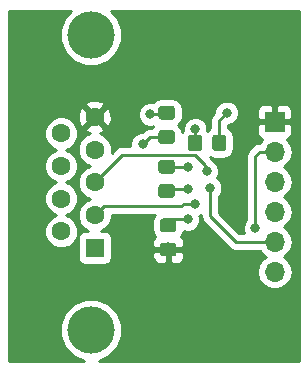
<source format=gbr>
G04 #@! TF.GenerationSoftware,KiCad,Pcbnew,(5.0.2)-1*
G04 #@! TF.CreationDate,2019-09-14T16:42:52-04:00*
G04 #@! TF.ProjectId,RS232_TTL_Female,52533233-325f-4545-944c-5f46656d616c,rev?*
G04 #@! TF.SameCoordinates,Original*
G04 #@! TF.FileFunction,Copper,L2,Bot*
G04 #@! TF.FilePolarity,Positive*
%FSLAX46Y46*%
G04 Gerber Fmt 4.6, Leading zero omitted, Abs format (unit mm)*
G04 Created by KiCad (PCBNEW (5.0.2)-1) date 9/14/2019 4:42:52 PM*
%MOMM*%
%LPD*%
G01*
G04 APERTURE LIST*
G04 #@! TA.AperFunction,Conductor*
%ADD10C,0.100000*%
G04 #@! TD*
G04 #@! TA.AperFunction,SMDPad,CuDef*
%ADD11C,1.150000*%
G04 #@! TD*
G04 #@! TA.AperFunction,ComponentPad*
%ADD12R,1.700000X1.700000*%
G04 #@! TD*
G04 #@! TA.AperFunction,ComponentPad*
%ADD13O,1.700000X1.700000*%
G04 #@! TD*
G04 #@! TA.AperFunction,ComponentPad*
%ADD14R,1.600000X1.600000*%
G04 #@! TD*
G04 #@! TA.AperFunction,ComponentPad*
%ADD15C,1.600000*%
G04 #@! TD*
G04 #@! TA.AperFunction,ComponentPad*
%ADD16C,4.000000*%
G04 #@! TD*
G04 #@! TA.AperFunction,ViaPad*
%ADD17C,0.800000*%
G04 #@! TD*
G04 #@! TA.AperFunction,Conductor*
%ADD18C,0.250000*%
G04 #@! TD*
G04 #@! TA.AperFunction,Conductor*
%ADD19C,0.254000*%
G04 #@! TD*
G04 APERTURE END LIST*
D10*
G04 #@! TO.N,Net-(C1-Pad1)*
G04 #@! TO.C,C1*
G36*
X14571505Y-8815204D02*
X14595773Y-8818804D01*
X14619572Y-8824765D01*
X14642671Y-8833030D01*
X14664850Y-8843520D01*
X14685893Y-8856132D01*
X14705599Y-8870747D01*
X14723777Y-8887223D01*
X14740253Y-8905401D01*
X14754868Y-8925107D01*
X14767480Y-8946150D01*
X14777970Y-8968329D01*
X14786235Y-8991428D01*
X14792196Y-9015227D01*
X14795796Y-9039495D01*
X14797000Y-9063999D01*
X14797000Y-9714001D01*
X14795796Y-9738505D01*
X14792196Y-9762773D01*
X14786235Y-9786572D01*
X14777970Y-9809671D01*
X14767480Y-9831850D01*
X14754868Y-9852893D01*
X14740253Y-9872599D01*
X14723777Y-9890777D01*
X14705599Y-9907253D01*
X14685893Y-9921868D01*
X14664850Y-9934480D01*
X14642671Y-9944970D01*
X14619572Y-9953235D01*
X14595773Y-9959196D01*
X14571505Y-9962796D01*
X14547001Y-9964000D01*
X13646999Y-9964000D01*
X13622495Y-9962796D01*
X13598227Y-9959196D01*
X13574428Y-9953235D01*
X13551329Y-9944970D01*
X13529150Y-9934480D01*
X13508107Y-9921868D01*
X13488401Y-9907253D01*
X13470223Y-9890777D01*
X13453747Y-9872599D01*
X13439132Y-9852893D01*
X13426520Y-9831850D01*
X13416030Y-9809671D01*
X13407765Y-9786572D01*
X13401804Y-9762773D01*
X13398204Y-9738505D01*
X13397000Y-9714001D01*
X13397000Y-9063999D01*
X13398204Y-9039495D01*
X13401804Y-9015227D01*
X13407765Y-8991428D01*
X13416030Y-8968329D01*
X13426520Y-8946150D01*
X13439132Y-8925107D01*
X13453747Y-8905401D01*
X13470223Y-8887223D01*
X13488401Y-8870747D01*
X13508107Y-8856132D01*
X13529150Y-8843520D01*
X13551329Y-8833030D01*
X13574428Y-8824765D01*
X13598227Y-8818804D01*
X13622495Y-8815204D01*
X13646999Y-8814000D01*
X14547001Y-8814000D01*
X14571505Y-8815204D01*
X14571505Y-8815204D01*
G37*
D11*
G04 #@! TD*
G04 #@! TO.P,C1,1*
G04 #@! TO.N,Net-(C1-Pad1)*
X14097000Y-9389000D03*
D10*
G04 #@! TO.N,Net-(C1-Pad2)*
G04 #@! TO.C,C1*
G36*
X14571505Y-10865204D02*
X14595773Y-10868804D01*
X14619572Y-10874765D01*
X14642671Y-10883030D01*
X14664850Y-10893520D01*
X14685893Y-10906132D01*
X14705599Y-10920747D01*
X14723777Y-10937223D01*
X14740253Y-10955401D01*
X14754868Y-10975107D01*
X14767480Y-10996150D01*
X14777970Y-11018329D01*
X14786235Y-11041428D01*
X14792196Y-11065227D01*
X14795796Y-11089495D01*
X14797000Y-11113999D01*
X14797000Y-11764001D01*
X14795796Y-11788505D01*
X14792196Y-11812773D01*
X14786235Y-11836572D01*
X14777970Y-11859671D01*
X14767480Y-11881850D01*
X14754868Y-11902893D01*
X14740253Y-11922599D01*
X14723777Y-11940777D01*
X14705599Y-11957253D01*
X14685893Y-11971868D01*
X14664850Y-11984480D01*
X14642671Y-11994970D01*
X14619572Y-12003235D01*
X14595773Y-12009196D01*
X14571505Y-12012796D01*
X14547001Y-12014000D01*
X13646999Y-12014000D01*
X13622495Y-12012796D01*
X13598227Y-12009196D01*
X13574428Y-12003235D01*
X13551329Y-11994970D01*
X13529150Y-11984480D01*
X13508107Y-11971868D01*
X13488401Y-11957253D01*
X13470223Y-11940777D01*
X13453747Y-11922599D01*
X13439132Y-11902893D01*
X13426520Y-11881850D01*
X13416030Y-11859671D01*
X13407765Y-11836572D01*
X13401804Y-11812773D01*
X13398204Y-11788505D01*
X13397000Y-11764001D01*
X13397000Y-11113999D01*
X13398204Y-11089495D01*
X13401804Y-11065227D01*
X13407765Y-11041428D01*
X13416030Y-11018329D01*
X13426520Y-10996150D01*
X13439132Y-10975107D01*
X13453747Y-10955401D01*
X13470223Y-10937223D01*
X13488401Y-10920747D01*
X13508107Y-10906132D01*
X13529150Y-10893520D01*
X13551329Y-10883030D01*
X13574428Y-10874765D01*
X13598227Y-10868804D01*
X13622495Y-10865204D01*
X13646999Y-10864000D01*
X14547001Y-10864000D01*
X14571505Y-10865204D01*
X14571505Y-10865204D01*
G37*
D11*
G04 #@! TD*
G04 #@! TO.P,C1,2*
G04 #@! TO.N,Net-(C1-Pad2)*
X14097000Y-11439000D03*
D10*
G04 #@! TO.N,Net-(C2-Pad2)*
G04 #@! TO.C,C2*
G36*
X14571505Y-15437204D02*
X14595773Y-15440804D01*
X14619572Y-15446765D01*
X14642671Y-15455030D01*
X14664850Y-15465520D01*
X14685893Y-15478132D01*
X14705599Y-15492747D01*
X14723777Y-15509223D01*
X14740253Y-15527401D01*
X14754868Y-15547107D01*
X14767480Y-15568150D01*
X14777970Y-15590329D01*
X14786235Y-15613428D01*
X14792196Y-15637227D01*
X14795796Y-15661495D01*
X14797000Y-15685999D01*
X14797000Y-16336001D01*
X14795796Y-16360505D01*
X14792196Y-16384773D01*
X14786235Y-16408572D01*
X14777970Y-16431671D01*
X14767480Y-16453850D01*
X14754868Y-16474893D01*
X14740253Y-16494599D01*
X14723777Y-16512777D01*
X14705599Y-16529253D01*
X14685893Y-16543868D01*
X14664850Y-16556480D01*
X14642671Y-16566970D01*
X14619572Y-16575235D01*
X14595773Y-16581196D01*
X14571505Y-16584796D01*
X14547001Y-16586000D01*
X13646999Y-16586000D01*
X13622495Y-16584796D01*
X13598227Y-16581196D01*
X13574428Y-16575235D01*
X13551329Y-16566970D01*
X13529150Y-16556480D01*
X13508107Y-16543868D01*
X13488401Y-16529253D01*
X13470223Y-16512777D01*
X13453747Y-16494599D01*
X13439132Y-16474893D01*
X13426520Y-16453850D01*
X13416030Y-16431671D01*
X13407765Y-16408572D01*
X13401804Y-16384773D01*
X13398204Y-16360505D01*
X13397000Y-16336001D01*
X13397000Y-15685999D01*
X13398204Y-15661495D01*
X13401804Y-15637227D01*
X13407765Y-15613428D01*
X13416030Y-15590329D01*
X13426520Y-15568150D01*
X13439132Y-15547107D01*
X13453747Y-15527401D01*
X13470223Y-15509223D01*
X13488401Y-15492747D01*
X13508107Y-15478132D01*
X13529150Y-15465520D01*
X13551329Y-15455030D01*
X13574428Y-15446765D01*
X13598227Y-15440804D01*
X13622495Y-15437204D01*
X13646999Y-15436000D01*
X14547001Y-15436000D01*
X14571505Y-15437204D01*
X14571505Y-15437204D01*
G37*
D11*
G04 #@! TD*
G04 #@! TO.P,C2,2*
G04 #@! TO.N,Net-(C2-Pad2)*
X14097000Y-16011000D03*
D10*
G04 #@! TO.N,Net-(C2-Pad1)*
G04 #@! TO.C,C2*
G36*
X14571505Y-13387204D02*
X14595773Y-13390804D01*
X14619572Y-13396765D01*
X14642671Y-13405030D01*
X14664850Y-13415520D01*
X14685893Y-13428132D01*
X14705599Y-13442747D01*
X14723777Y-13459223D01*
X14740253Y-13477401D01*
X14754868Y-13497107D01*
X14767480Y-13518150D01*
X14777970Y-13540329D01*
X14786235Y-13563428D01*
X14792196Y-13587227D01*
X14795796Y-13611495D01*
X14797000Y-13635999D01*
X14797000Y-14286001D01*
X14795796Y-14310505D01*
X14792196Y-14334773D01*
X14786235Y-14358572D01*
X14777970Y-14381671D01*
X14767480Y-14403850D01*
X14754868Y-14424893D01*
X14740253Y-14444599D01*
X14723777Y-14462777D01*
X14705599Y-14479253D01*
X14685893Y-14493868D01*
X14664850Y-14506480D01*
X14642671Y-14516970D01*
X14619572Y-14525235D01*
X14595773Y-14531196D01*
X14571505Y-14534796D01*
X14547001Y-14536000D01*
X13646999Y-14536000D01*
X13622495Y-14534796D01*
X13598227Y-14531196D01*
X13574428Y-14525235D01*
X13551329Y-14516970D01*
X13529150Y-14506480D01*
X13508107Y-14493868D01*
X13488401Y-14479253D01*
X13470223Y-14462777D01*
X13453747Y-14444599D01*
X13439132Y-14424893D01*
X13426520Y-14403850D01*
X13416030Y-14381671D01*
X13407765Y-14358572D01*
X13401804Y-14334773D01*
X13398204Y-14310505D01*
X13397000Y-14286001D01*
X13397000Y-13635999D01*
X13398204Y-13611495D01*
X13401804Y-13587227D01*
X13407765Y-13563428D01*
X13416030Y-13540329D01*
X13426520Y-13518150D01*
X13439132Y-13497107D01*
X13453747Y-13477401D01*
X13470223Y-13459223D01*
X13488401Y-13442747D01*
X13508107Y-13428132D01*
X13529150Y-13415520D01*
X13551329Y-13405030D01*
X13574428Y-13396765D01*
X13598227Y-13390804D01*
X13622495Y-13387204D01*
X13646999Y-13386000D01*
X14547001Y-13386000D01*
X14571505Y-13387204D01*
X14571505Y-13387204D01*
G37*
D11*
G04 #@! TD*
G04 #@! TO.P,C2,1*
G04 #@! TO.N,Net-(C2-Pad1)*
X14097000Y-13961000D03*
D10*
G04 #@! TO.N,/VCC*
G04 #@! TO.C,C3*
G36*
X18900505Y-11239204D02*
X18924773Y-11242804D01*
X18948572Y-11248765D01*
X18971671Y-11257030D01*
X18993850Y-11267520D01*
X19014893Y-11280132D01*
X19034599Y-11294747D01*
X19052777Y-11311223D01*
X19069253Y-11329401D01*
X19083868Y-11349107D01*
X19096480Y-11370150D01*
X19106970Y-11392329D01*
X19115235Y-11415428D01*
X19121196Y-11439227D01*
X19124796Y-11463495D01*
X19126000Y-11487999D01*
X19126000Y-12388001D01*
X19124796Y-12412505D01*
X19121196Y-12436773D01*
X19115235Y-12460572D01*
X19106970Y-12483671D01*
X19096480Y-12505850D01*
X19083868Y-12526893D01*
X19069253Y-12546599D01*
X19052777Y-12564777D01*
X19034599Y-12581253D01*
X19014893Y-12595868D01*
X18993850Y-12608480D01*
X18971671Y-12618970D01*
X18948572Y-12627235D01*
X18924773Y-12633196D01*
X18900505Y-12636796D01*
X18876001Y-12638000D01*
X18225999Y-12638000D01*
X18201495Y-12636796D01*
X18177227Y-12633196D01*
X18153428Y-12627235D01*
X18130329Y-12618970D01*
X18108150Y-12608480D01*
X18087107Y-12595868D01*
X18067401Y-12581253D01*
X18049223Y-12564777D01*
X18032747Y-12546599D01*
X18018132Y-12526893D01*
X18005520Y-12505850D01*
X17995030Y-12483671D01*
X17986765Y-12460572D01*
X17980804Y-12436773D01*
X17977204Y-12412505D01*
X17976000Y-12388001D01*
X17976000Y-11487999D01*
X17977204Y-11463495D01*
X17980804Y-11439227D01*
X17986765Y-11415428D01*
X17995030Y-11392329D01*
X18005520Y-11370150D01*
X18018132Y-11349107D01*
X18032747Y-11329401D01*
X18049223Y-11311223D01*
X18067401Y-11294747D01*
X18087107Y-11280132D01*
X18108150Y-11267520D01*
X18130329Y-11257030D01*
X18153428Y-11248765D01*
X18177227Y-11242804D01*
X18201495Y-11239204D01*
X18225999Y-11238000D01*
X18876001Y-11238000D01*
X18900505Y-11239204D01*
X18900505Y-11239204D01*
G37*
D11*
G04 #@! TD*
G04 #@! TO.P,C3,1*
G04 #@! TO.N,/VCC*
X18551000Y-11938000D03*
D10*
G04 #@! TO.N,Net-(C3-Pad2)*
G04 #@! TO.C,C3*
G36*
X16850505Y-11239204D02*
X16874773Y-11242804D01*
X16898572Y-11248765D01*
X16921671Y-11257030D01*
X16943850Y-11267520D01*
X16964893Y-11280132D01*
X16984599Y-11294747D01*
X17002777Y-11311223D01*
X17019253Y-11329401D01*
X17033868Y-11349107D01*
X17046480Y-11370150D01*
X17056970Y-11392329D01*
X17065235Y-11415428D01*
X17071196Y-11439227D01*
X17074796Y-11463495D01*
X17076000Y-11487999D01*
X17076000Y-12388001D01*
X17074796Y-12412505D01*
X17071196Y-12436773D01*
X17065235Y-12460572D01*
X17056970Y-12483671D01*
X17046480Y-12505850D01*
X17033868Y-12526893D01*
X17019253Y-12546599D01*
X17002777Y-12564777D01*
X16984599Y-12581253D01*
X16964893Y-12595868D01*
X16943850Y-12608480D01*
X16921671Y-12618970D01*
X16898572Y-12627235D01*
X16874773Y-12633196D01*
X16850505Y-12636796D01*
X16826001Y-12638000D01*
X16175999Y-12638000D01*
X16151495Y-12636796D01*
X16127227Y-12633196D01*
X16103428Y-12627235D01*
X16080329Y-12618970D01*
X16058150Y-12608480D01*
X16037107Y-12595868D01*
X16017401Y-12581253D01*
X15999223Y-12564777D01*
X15982747Y-12546599D01*
X15968132Y-12526893D01*
X15955520Y-12505850D01*
X15945030Y-12483671D01*
X15936765Y-12460572D01*
X15930804Y-12436773D01*
X15927204Y-12412505D01*
X15926000Y-12388001D01*
X15926000Y-11487999D01*
X15927204Y-11463495D01*
X15930804Y-11439227D01*
X15936765Y-11415428D01*
X15945030Y-11392329D01*
X15955520Y-11370150D01*
X15968132Y-11349107D01*
X15982747Y-11329401D01*
X15999223Y-11311223D01*
X16017401Y-11294747D01*
X16037107Y-11280132D01*
X16058150Y-11267520D01*
X16080329Y-11257030D01*
X16103428Y-11248765D01*
X16127227Y-11242804D01*
X16151495Y-11239204D01*
X16175999Y-11238000D01*
X16826001Y-11238000D01*
X16850505Y-11239204D01*
X16850505Y-11239204D01*
G37*
D11*
G04 #@! TD*
G04 #@! TO.P,C3,2*
G04 #@! TO.N,Net-(C3-Pad2)*
X16501000Y-11938000D03*
D10*
G04 #@! TO.N,Net-(C4-Pad2)*
G04 #@! TO.C,C4*
G36*
X14698505Y-18340204D02*
X14722773Y-18343804D01*
X14746572Y-18349765D01*
X14769671Y-18358030D01*
X14791850Y-18368520D01*
X14812893Y-18381132D01*
X14832599Y-18395747D01*
X14850777Y-18412223D01*
X14867253Y-18430401D01*
X14881868Y-18450107D01*
X14894480Y-18471150D01*
X14904970Y-18493329D01*
X14913235Y-18516428D01*
X14919196Y-18540227D01*
X14922796Y-18564495D01*
X14924000Y-18588999D01*
X14924000Y-19239001D01*
X14922796Y-19263505D01*
X14919196Y-19287773D01*
X14913235Y-19311572D01*
X14904970Y-19334671D01*
X14894480Y-19356850D01*
X14881868Y-19377893D01*
X14867253Y-19397599D01*
X14850777Y-19415777D01*
X14832599Y-19432253D01*
X14812893Y-19446868D01*
X14791850Y-19459480D01*
X14769671Y-19469970D01*
X14746572Y-19478235D01*
X14722773Y-19484196D01*
X14698505Y-19487796D01*
X14674001Y-19489000D01*
X13773999Y-19489000D01*
X13749495Y-19487796D01*
X13725227Y-19484196D01*
X13701428Y-19478235D01*
X13678329Y-19469970D01*
X13656150Y-19459480D01*
X13635107Y-19446868D01*
X13615401Y-19432253D01*
X13597223Y-19415777D01*
X13580747Y-19397599D01*
X13566132Y-19377893D01*
X13553520Y-19356850D01*
X13543030Y-19334671D01*
X13534765Y-19311572D01*
X13528804Y-19287773D01*
X13525204Y-19263505D01*
X13524000Y-19239001D01*
X13524000Y-18588999D01*
X13525204Y-18564495D01*
X13528804Y-18540227D01*
X13534765Y-18516428D01*
X13543030Y-18493329D01*
X13553520Y-18471150D01*
X13566132Y-18450107D01*
X13580747Y-18430401D01*
X13597223Y-18412223D01*
X13615401Y-18395747D01*
X13635107Y-18381132D01*
X13656150Y-18368520D01*
X13678329Y-18358030D01*
X13701428Y-18349765D01*
X13725227Y-18343804D01*
X13749495Y-18340204D01*
X13773999Y-18339000D01*
X14674001Y-18339000D01*
X14698505Y-18340204D01*
X14698505Y-18340204D01*
G37*
D11*
G04 #@! TD*
G04 #@! TO.P,C4,2*
G04 #@! TO.N,Net-(C4-Pad2)*
X14224000Y-18914000D03*
D10*
G04 #@! TO.N,GND*
G04 #@! TO.C,C4*
G36*
X14698505Y-20390204D02*
X14722773Y-20393804D01*
X14746572Y-20399765D01*
X14769671Y-20408030D01*
X14791850Y-20418520D01*
X14812893Y-20431132D01*
X14832599Y-20445747D01*
X14850777Y-20462223D01*
X14867253Y-20480401D01*
X14881868Y-20500107D01*
X14894480Y-20521150D01*
X14904970Y-20543329D01*
X14913235Y-20566428D01*
X14919196Y-20590227D01*
X14922796Y-20614495D01*
X14924000Y-20638999D01*
X14924000Y-21289001D01*
X14922796Y-21313505D01*
X14919196Y-21337773D01*
X14913235Y-21361572D01*
X14904970Y-21384671D01*
X14894480Y-21406850D01*
X14881868Y-21427893D01*
X14867253Y-21447599D01*
X14850777Y-21465777D01*
X14832599Y-21482253D01*
X14812893Y-21496868D01*
X14791850Y-21509480D01*
X14769671Y-21519970D01*
X14746572Y-21528235D01*
X14722773Y-21534196D01*
X14698505Y-21537796D01*
X14674001Y-21539000D01*
X13773999Y-21539000D01*
X13749495Y-21537796D01*
X13725227Y-21534196D01*
X13701428Y-21528235D01*
X13678329Y-21519970D01*
X13656150Y-21509480D01*
X13635107Y-21496868D01*
X13615401Y-21482253D01*
X13597223Y-21465777D01*
X13580747Y-21447599D01*
X13566132Y-21427893D01*
X13553520Y-21406850D01*
X13543030Y-21384671D01*
X13534765Y-21361572D01*
X13528804Y-21337773D01*
X13525204Y-21313505D01*
X13524000Y-21289001D01*
X13524000Y-20638999D01*
X13525204Y-20614495D01*
X13528804Y-20590227D01*
X13534765Y-20566428D01*
X13543030Y-20543329D01*
X13553520Y-20521150D01*
X13566132Y-20500107D01*
X13580747Y-20480401D01*
X13597223Y-20462223D01*
X13615401Y-20445747D01*
X13635107Y-20431132D01*
X13656150Y-20418520D01*
X13678329Y-20408030D01*
X13701428Y-20399765D01*
X13725227Y-20393804D01*
X13749495Y-20390204D01*
X13773999Y-20389000D01*
X14674001Y-20389000D01*
X14698505Y-20390204D01*
X14698505Y-20390204D01*
G37*
D11*
G04 #@! TD*
G04 #@! TO.P,C4,1*
G04 #@! TO.N,GND*
X14224000Y-20964000D03*
D12*
G04 #@! TO.P,H1,1*
G04 #@! TO.N,GND*
X23241000Y-10160000D03*
D13*
G04 #@! TO.P,H1,2*
G04 #@! TO.N,Net-(H1-Pad2)*
X23241000Y-12700000D03*
G04 #@! TO.P,H1,3*
G04 #@! TO.N,/VCC*
X23241000Y-15240000D03*
G04 #@! TO.P,H1,4*
G04 #@! TO.N,Net-(H1-Pad4)*
X23241000Y-17780000D03*
G04 #@! TO.P,H1,5*
G04 #@! TO.N,Net-(H1-Pad5)*
X23241000Y-20320000D03*
G04 #@! TO.P,H1,6*
G04 #@! TO.N,Net-(H1-Pad6)*
X23241000Y-22860000D03*
G04 #@! TD*
D14*
G04 #@! TO.P,J1,1*
G04 #@! TO.N,N/C*
X8001000Y-20828000D03*
D15*
G04 #@! TO.P,J1,2*
G04 #@! TO.N,/TXD*
X8001000Y-18058000D03*
G04 #@! TO.P,J1,3*
G04 #@! TO.N,/RXD*
X8001000Y-15288000D03*
G04 #@! TO.P,J1,4*
G04 #@! TO.N,N/C*
X8001000Y-12518000D03*
G04 #@! TO.P,J1,5*
G04 #@! TO.N,GND*
X8001000Y-9748000D03*
G04 #@! TO.P,J1,6*
G04 #@! TO.N,N/C*
X5161000Y-19443000D03*
G04 #@! TO.P,J1,7*
G04 #@! TO.N,/CTS*
X5161000Y-16673000D03*
G04 #@! TO.P,J1,8*
G04 #@! TO.N,/RTS*
X5161000Y-13903000D03*
G04 #@! TO.P,J1,9*
G04 #@! TO.N,N/C*
X5161000Y-11133000D03*
D16*
G04 #@! TO.P,J1,0*
G04 #@! TO.N,Net-(J1-Pad0)*
X7701000Y-2788000D03*
X7701000Y-27788000D03*
G04 #@! TD*
D17*
G04 #@! TO.N,Net-(C1-Pad1)*
X12700000Y-9525000D03*
G04 #@! TO.N,Net-(C1-Pad2)*
X12065000Y-12065000D03*
G04 #@! TO.N,Net-(C2-Pad2)*
X15875000Y-15875000D03*
G04 #@! TO.N,Net-(C2-Pad1)*
X15875000Y-13970000D03*
G04 #@! TO.N,GND*
X20955000Y-12065000D03*
G04 #@! TO.N,Net-(C3-Pad2)*
X16510000Y-10795000D03*
G04 #@! TO.N,Net-(C4-Pad2)*
X15875000Y-18415000D03*
G04 #@! TO.N,/VCC*
X19177000Y-9398000D03*
G04 #@! TO.N,/TXD*
X16510000Y-17145000D03*
G04 #@! TO.N,/RXD*
X17489000Y-14351000D03*
G04 #@! TO.N,Net-(H1-Pad2)*
X21590000Y-19177000D03*
G04 #@! TO.N,Net-(H1-Pad5)*
X17780000Y-15748000D03*
G04 #@! TD*
D18*
G04 #@! TO.N,Net-(C1-Pad1)*
X13961000Y-9525000D02*
X14097000Y-9389000D01*
X12700000Y-9525000D02*
X13961000Y-9525000D01*
G04 #@! TO.N,Net-(C1-Pad2)*
X14097000Y-11439000D02*
X12691000Y-11439000D01*
X12691000Y-11439000D02*
X12065000Y-12065000D01*
G04 #@! TO.N,Net-(C2-Pad2)*
X14233000Y-15875000D02*
X14097000Y-16011000D01*
X15875000Y-15875000D02*
X14233000Y-15875000D01*
G04 #@! TO.N,Net-(C2-Pad1)*
X14097000Y-13961000D02*
X15866000Y-13961000D01*
X15866000Y-13961000D02*
X15875000Y-13970000D01*
G04 #@! TO.N,Net-(C3-Pad2)*
X16510000Y-11929000D02*
X16501000Y-11938000D01*
X16510000Y-10795000D02*
X16510000Y-11929000D01*
G04 #@! TO.N,Net-(C4-Pad2)*
X14723000Y-18415000D02*
X14224000Y-18914000D01*
X15875000Y-18415000D02*
X14723000Y-18415000D01*
G04 #@! TO.N,/VCC*
X18551000Y-10024000D02*
X18551000Y-11938000D01*
X19177000Y-9398000D02*
X18551000Y-10024000D01*
G04 #@! TO.N,/TXD*
X8800999Y-17258001D02*
X8001000Y-18058000D01*
X15367000Y-17258001D02*
X8800999Y-17258001D01*
X15480001Y-17145000D02*
X15367000Y-17258001D01*
X16510000Y-17145000D02*
X15480001Y-17145000D01*
G04 #@! TO.N,/RXD*
X10325990Y-12963010D02*
X8001000Y-15288000D01*
X17331163Y-13784173D02*
X16510000Y-12963010D01*
X16510000Y-12963010D02*
X10325990Y-12963010D01*
X17489000Y-14351000D02*
X17331163Y-13784173D01*
G04 #@! TO.N,Net-(H1-Pad2)*
X21971000Y-12700000D02*
X23241000Y-12700000D01*
X21590000Y-19177000D02*
X21590000Y-13081000D01*
X21590000Y-13081000D02*
X21971000Y-12700000D01*
G04 #@! TO.N,Net-(H1-Pad5)*
X17780000Y-15748000D02*
X17780000Y-18161000D01*
X19939000Y-20320000D02*
X23241000Y-20320000D01*
X17780000Y-18161000D02*
X19939000Y-20320000D01*
G04 #@! TD*
D19*
G04 #@! TO.N,GND*
G36*
X5467155Y-1295392D02*
X5066000Y-2263866D01*
X5066000Y-3312134D01*
X5467155Y-4280608D01*
X6208392Y-5021845D01*
X7176866Y-5423000D01*
X8225134Y-5423000D01*
X9193608Y-5021845D01*
X9934845Y-4280608D01*
X10336000Y-3312134D01*
X10336000Y-2263866D01*
X9934845Y-1295392D01*
X9374453Y-735000D01*
X25300000Y-735000D01*
X25300001Y-30380000D01*
X8328945Y-30380000D01*
X9193608Y-30021845D01*
X9934845Y-29280608D01*
X10336000Y-28312134D01*
X10336000Y-27263866D01*
X9934845Y-26295392D01*
X9193608Y-25554155D01*
X8225134Y-25153000D01*
X7176866Y-25153000D01*
X6208392Y-25554155D01*
X5467155Y-26295392D01*
X5066000Y-27263866D01*
X5066000Y-28312134D01*
X5467155Y-29280608D01*
X6208392Y-30021845D01*
X7073055Y-30380000D01*
X735000Y-30380000D01*
X735000Y-10847561D01*
X3726000Y-10847561D01*
X3726000Y-11418439D01*
X3944466Y-11945862D01*
X4348138Y-12349534D01*
X4754850Y-12518000D01*
X4348138Y-12686466D01*
X3944466Y-13090138D01*
X3726000Y-13617561D01*
X3726000Y-14188439D01*
X3944466Y-14715862D01*
X4348138Y-15119534D01*
X4754850Y-15288000D01*
X4348138Y-15456466D01*
X3944466Y-15860138D01*
X3726000Y-16387561D01*
X3726000Y-16958439D01*
X3944466Y-17485862D01*
X4348138Y-17889534D01*
X4754850Y-18058000D01*
X4348138Y-18226466D01*
X3944466Y-18630138D01*
X3726000Y-19157561D01*
X3726000Y-19728439D01*
X3944466Y-20255862D01*
X4348138Y-20659534D01*
X4875561Y-20878000D01*
X5446439Y-20878000D01*
X5973862Y-20659534D01*
X6377534Y-20255862D01*
X6471917Y-20028000D01*
X6553560Y-20028000D01*
X6553560Y-21628000D01*
X6602843Y-21875765D01*
X6743191Y-22085809D01*
X6953235Y-22226157D01*
X7201000Y-22275440D01*
X8801000Y-22275440D01*
X9048765Y-22226157D01*
X9258809Y-22085809D01*
X9399157Y-21875765D01*
X9448440Y-21628000D01*
X9448440Y-21249750D01*
X12889000Y-21249750D01*
X12889000Y-21665309D01*
X12985673Y-21898698D01*
X13164301Y-22077327D01*
X13397690Y-22174000D01*
X13938250Y-22174000D01*
X14097000Y-22015250D01*
X14097000Y-21091000D01*
X14351000Y-21091000D01*
X14351000Y-22015250D01*
X14509750Y-22174000D01*
X15050310Y-22174000D01*
X15283699Y-22077327D01*
X15462327Y-21898698D01*
X15559000Y-21665309D01*
X15559000Y-21249750D01*
X15400250Y-21091000D01*
X14351000Y-21091000D01*
X14097000Y-21091000D01*
X13047750Y-21091000D01*
X12889000Y-21249750D01*
X9448440Y-21249750D01*
X9448440Y-20028000D01*
X9399157Y-19780235D01*
X9258809Y-19570191D01*
X9048765Y-19429843D01*
X8801000Y-19380560D01*
X8557893Y-19380560D01*
X8813862Y-19274534D01*
X9217534Y-18870862D01*
X9436000Y-18343439D01*
X9436000Y-18018001D01*
X13096926Y-18018001D01*
X12944873Y-18245564D01*
X12876560Y-18588999D01*
X12876560Y-19239001D01*
X12944873Y-19582436D01*
X13139414Y-19873586D01*
X13140597Y-19874377D01*
X12985673Y-20029302D01*
X12889000Y-20262691D01*
X12889000Y-20678250D01*
X13047750Y-20837000D01*
X14097000Y-20837000D01*
X14097000Y-20817000D01*
X14351000Y-20817000D01*
X14351000Y-20837000D01*
X15400250Y-20837000D01*
X15559000Y-20678250D01*
X15559000Y-20262691D01*
X15462327Y-20029302D01*
X15307403Y-19874377D01*
X15308586Y-19873586D01*
X15503127Y-19582436D01*
X15540101Y-19396556D01*
X15669126Y-19450000D01*
X16080874Y-19450000D01*
X16461280Y-19292431D01*
X16752431Y-19001280D01*
X16910000Y-18620874D01*
X16910000Y-18209126D01*
X16871273Y-18115632D01*
X17020001Y-18054027D01*
X17020001Y-18086148D01*
X17005112Y-18161000D01*
X17064097Y-18457537D01*
X17163250Y-18605929D01*
X17232072Y-18708929D01*
X17295528Y-18751329D01*
X19348671Y-20804473D01*
X19391071Y-20867929D01*
X19642463Y-21035904D01*
X19864148Y-21080000D01*
X19864152Y-21080000D01*
X19938999Y-21094888D01*
X20013846Y-21080000D01*
X21962822Y-21080000D01*
X22170375Y-21390625D01*
X22468761Y-21590000D01*
X22170375Y-21789375D01*
X21842161Y-22280582D01*
X21726908Y-22860000D01*
X21842161Y-23439418D01*
X22170375Y-23930625D01*
X22661582Y-24258839D01*
X23094744Y-24345000D01*
X23387256Y-24345000D01*
X23820418Y-24258839D01*
X24311625Y-23930625D01*
X24639839Y-23439418D01*
X24755092Y-22860000D01*
X24639839Y-22280582D01*
X24311625Y-21789375D01*
X24013239Y-21590000D01*
X24311625Y-21390625D01*
X24639839Y-20899418D01*
X24755092Y-20320000D01*
X24639839Y-19740582D01*
X24311625Y-19249375D01*
X24013239Y-19050000D01*
X24311625Y-18850625D01*
X24639839Y-18359418D01*
X24755092Y-17780000D01*
X24639839Y-17200582D01*
X24311625Y-16709375D01*
X24013239Y-16510000D01*
X24311625Y-16310625D01*
X24639839Y-15819418D01*
X24755092Y-15240000D01*
X24639839Y-14660582D01*
X24311625Y-14169375D01*
X24013239Y-13970000D01*
X24311625Y-13770625D01*
X24639839Y-13279418D01*
X24755092Y-12700000D01*
X24639839Y-12120582D01*
X24311625Y-11629375D01*
X24289967Y-11614904D01*
X24450698Y-11548327D01*
X24629327Y-11369699D01*
X24726000Y-11136310D01*
X24726000Y-10445750D01*
X24567250Y-10287000D01*
X23368000Y-10287000D01*
X23368000Y-10307000D01*
X23114000Y-10307000D01*
X23114000Y-10287000D01*
X21914750Y-10287000D01*
X21756000Y-10445750D01*
X21756000Y-11136310D01*
X21852673Y-11369699D01*
X22031302Y-11548327D01*
X22192033Y-11614904D01*
X22170375Y-11629375D01*
X21972562Y-11925423D01*
X21970999Y-11925112D01*
X21896152Y-11940000D01*
X21896148Y-11940000D01*
X21674463Y-11984096D01*
X21423071Y-12152071D01*
X21380671Y-12215528D01*
X21105527Y-12490671D01*
X21042072Y-12533071D01*
X20999672Y-12596527D01*
X20999671Y-12596528D01*
X20874097Y-12784463D01*
X20815112Y-13081000D01*
X20830001Y-13155852D01*
X20830000Y-18473289D01*
X20712569Y-18590720D01*
X20555000Y-18971126D01*
X20555000Y-19382874D01*
X20628368Y-19560000D01*
X20253802Y-19560000D01*
X18540000Y-17846199D01*
X18540000Y-16451711D01*
X18657431Y-16334280D01*
X18815000Y-15953874D01*
X18815000Y-15542126D01*
X18657431Y-15161720D01*
X18385926Y-14890215D01*
X18524000Y-14556874D01*
X18524000Y-14145126D01*
X18366431Y-13764720D01*
X18075280Y-13473569D01*
X18023275Y-13452028D01*
X17988678Y-13400250D01*
X17941281Y-13306463D01*
X17848352Y-13226560D01*
X17751031Y-13129239D01*
X17882564Y-13217127D01*
X18225999Y-13285440D01*
X18876001Y-13285440D01*
X19219436Y-13217127D01*
X19510586Y-13022586D01*
X19705127Y-12731436D01*
X19773440Y-12388001D01*
X19773440Y-11487999D01*
X19705127Y-11144564D01*
X19510586Y-10853414D01*
X19311000Y-10720054D01*
X19311000Y-10433000D01*
X19382874Y-10433000D01*
X19763280Y-10275431D01*
X20054431Y-9984280D01*
X20212000Y-9603874D01*
X20212000Y-9192126D01*
X20208506Y-9183690D01*
X21756000Y-9183690D01*
X21756000Y-9874250D01*
X21914750Y-10033000D01*
X23114000Y-10033000D01*
X23114000Y-8833750D01*
X23368000Y-8833750D01*
X23368000Y-10033000D01*
X24567250Y-10033000D01*
X24726000Y-9874250D01*
X24726000Y-9183690D01*
X24629327Y-8950301D01*
X24450698Y-8771673D01*
X24217309Y-8675000D01*
X23526750Y-8675000D01*
X23368000Y-8833750D01*
X23114000Y-8833750D01*
X22955250Y-8675000D01*
X22264691Y-8675000D01*
X22031302Y-8771673D01*
X21852673Y-8950301D01*
X21756000Y-9183690D01*
X20208506Y-9183690D01*
X20054431Y-8811720D01*
X19763280Y-8520569D01*
X19382874Y-8363000D01*
X18971126Y-8363000D01*
X18590720Y-8520569D01*
X18299569Y-8811720D01*
X18142000Y-9192126D01*
X18142000Y-9358199D01*
X18066530Y-9433669D01*
X18003071Y-9476071D01*
X17835096Y-9727464D01*
X17791000Y-9949149D01*
X17791000Y-9949153D01*
X17776112Y-10024000D01*
X17791000Y-10098847D01*
X17791000Y-10720054D01*
X17591414Y-10853414D01*
X17545000Y-10922877D01*
X17545000Y-10589126D01*
X17387431Y-10208720D01*
X17096280Y-9917569D01*
X16715874Y-9760000D01*
X16304126Y-9760000D01*
X15923720Y-9917569D01*
X15632569Y-10208720D01*
X15475000Y-10589126D01*
X15475000Y-10952809D01*
X15426743Y-11025030D01*
X15376127Y-10770564D01*
X15181586Y-10479414D01*
X15083687Y-10414000D01*
X15181586Y-10348586D01*
X15376127Y-10057436D01*
X15444440Y-9714001D01*
X15444440Y-9063999D01*
X15376127Y-8720564D01*
X15181586Y-8429414D01*
X14890436Y-8234873D01*
X14547001Y-8166560D01*
X13646999Y-8166560D01*
X13303564Y-8234873D01*
X13012414Y-8429414D01*
X12957612Y-8511431D01*
X12905874Y-8490000D01*
X12494126Y-8490000D01*
X12113720Y-8647569D01*
X11822569Y-8938720D01*
X11665000Y-9319126D01*
X11665000Y-9730874D01*
X11822569Y-10111280D01*
X12113720Y-10402431D01*
X12494126Y-10560000D01*
X12905874Y-10560000D01*
X12978733Y-10529821D01*
X12879054Y-10679000D01*
X12765848Y-10679000D01*
X12691000Y-10664112D01*
X12616152Y-10679000D01*
X12616148Y-10679000D01*
X12442605Y-10713520D01*
X12394462Y-10723096D01*
X12345600Y-10755745D01*
X12143071Y-10891071D01*
X12100671Y-10954527D01*
X12025198Y-11030000D01*
X11859126Y-11030000D01*
X11478720Y-11187569D01*
X11187569Y-11478720D01*
X11030000Y-11859126D01*
X11030000Y-12203010D01*
X10400836Y-12203010D01*
X10325989Y-12188122D01*
X10251142Y-12203010D01*
X10251138Y-12203010D01*
X10029453Y-12247106D01*
X10029451Y-12247107D01*
X10029452Y-12247107D01*
X9841516Y-12372681D01*
X9841514Y-12372683D01*
X9778061Y-12415081D01*
X9735663Y-12478534D01*
X9436000Y-12778197D01*
X9436000Y-12232561D01*
X9217534Y-11705138D01*
X8813862Y-11301466D01*
X8422782Y-11139475D01*
X8755005Y-11001864D01*
X8829139Y-10755745D01*
X8001000Y-9927605D01*
X7172861Y-10755745D01*
X7246995Y-11001864D01*
X7602739Y-11129732D01*
X7188138Y-11301466D01*
X6784466Y-11705138D01*
X6566000Y-12232561D01*
X6566000Y-12803439D01*
X6784466Y-13330862D01*
X7188138Y-13734534D01*
X7594850Y-13903000D01*
X7188138Y-14071466D01*
X6784466Y-14475138D01*
X6566000Y-15002561D01*
X6566000Y-15573439D01*
X6784466Y-16100862D01*
X7188138Y-16504534D01*
X7594850Y-16673000D01*
X7188138Y-16841466D01*
X6784466Y-17245138D01*
X6566000Y-17772561D01*
X6566000Y-18343439D01*
X6784466Y-18870862D01*
X7188138Y-19274534D01*
X7444107Y-19380560D01*
X7201000Y-19380560D01*
X6953235Y-19429843D01*
X6743191Y-19570191D01*
X6602843Y-19780235D01*
X6553560Y-20028000D01*
X6471917Y-20028000D01*
X6596000Y-19728439D01*
X6596000Y-19157561D01*
X6377534Y-18630138D01*
X5973862Y-18226466D01*
X5567150Y-18058000D01*
X5973862Y-17889534D01*
X6377534Y-17485862D01*
X6596000Y-16958439D01*
X6596000Y-16387561D01*
X6377534Y-15860138D01*
X5973862Y-15456466D01*
X5567150Y-15288000D01*
X5973862Y-15119534D01*
X6377534Y-14715862D01*
X6596000Y-14188439D01*
X6596000Y-13617561D01*
X6377534Y-13090138D01*
X5973862Y-12686466D01*
X5567150Y-12518000D01*
X5973862Y-12349534D01*
X6377534Y-11945862D01*
X6596000Y-11418439D01*
X6596000Y-10847561D01*
X6377534Y-10320138D01*
X5973862Y-9916466D01*
X5446439Y-9698000D01*
X4875561Y-9698000D01*
X4348138Y-9916466D01*
X3944466Y-10320138D01*
X3726000Y-10847561D01*
X735000Y-10847561D01*
X735000Y-9531223D01*
X6554035Y-9531223D01*
X6581222Y-10101454D01*
X6747136Y-10502005D01*
X6993255Y-10576139D01*
X7821395Y-9748000D01*
X8180605Y-9748000D01*
X9008745Y-10576139D01*
X9254864Y-10502005D01*
X9447965Y-9964777D01*
X9420778Y-9394546D01*
X9254864Y-8993995D01*
X9008745Y-8919861D01*
X8180605Y-9748000D01*
X7821395Y-9748000D01*
X6993255Y-8919861D01*
X6747136Y-8993995D01*
X6554035Y-9531223D01*
X735000Y-9531223D01*
X735000Y-8740255D01*
X7172861Y-8740255D01*
X8001000Y-9568395D01*
X8829139Y-8740255D01*
X8755005Y-8494136D01*
X8217777Y-8301035D01*
X7647546Y-8328222D01*
X7246995Y-8494136D01*
X7172861Y-8740255D01*
X735000Y-8740255D01*
X735000Y-735000D01*
X6027547Y-735000D01*
X5467155Y-1295392D01*
X5467155Y-1295392D01*
G37*
X5467155Y-1295392D02*
X5066000Y-2263866D01*
X5066000Y-3312134D01*
X5467155Y-4280608D01*
X6208392Y-5021845D01*
X7176866Y-5423000D01*
X8225134Y-5423000D01*
X9193608Y-5021845D01*
X9934845Y-4280608D01*
X10336000Y-3312134D01*
X10336000Y-2263866D01*
X9934845Y-1295392D01*
X9374453Y-735000D01*
X25300000Y-735000D01*
X25300001Y-30380000D01*
X8328945Y-30380000D01*
X9193608Y-30021845D01*
X9934845Y-29280608D01*
X10336000Y-28312134D01*
X10336000Y-27263866D01*
X9934845Y-26295392D01*
X9193608Y-25554155D01*
X8225134Y-25153000D01*
X7176866Y-25153000D01*
X6208392Y-25554155D01*
X5467155Y-26295392D01*
X5066000Y-27263866D01*
X5066000Y-28312134D01*
X5467155Y-29280608D01*
X6208392Y-30021845D01*
X7073055Y-30380000D01*
X735000Y-30380000D01*
X735000Y-10847561D01*
X3726000Y-10847561D01*
X3726000Y-11418439D01*
X3944466Y-11945862D01*
X4348138Y-12349534D01*
X4754850Y-12518000D01*
X4348138Y-12686466D01*
X3944466Y-13090138D01*
X3726000Y-13617561D01*
X3726000Y-14188439D01*
X3944466Y-14715862D01*
X4348138Y-15119534D01*
X4754850Y-15288000D01*
X4348138Y-15456466D01*
X3944466Y-15860138D01*
X3726000Y-16387561D01*
X3726000Y-16958439D01*
X3944466Y-17485862D01*
X4348138Y-17889534D01*
X4754850Y-18058000D01*
X4348138Y-18226466D01*
X3944466Y-18630138D01*
X3726000Y-19157561D01*
X3726000Y-19728439D01*
X3944466Y-20255862D01*
X4348138Y-20659534D01*
X4875561Y-20878000D01*
X5446439Y-20878000D01*
X5973862Y-20659534D01*
X6377534Y-20255862D01*
X6471917Y-20028000D01*
X6553560Y-20028000D01*
X6553560Y-21628000D01*
X6602843Y-21875765D01*
X6743191Y-22085809D01*
X6953235Y-22226157D01*
X7201000Y-22275440D01*
X8801000Y-22275440D01*
X9048765Y-22226157D01*
X9258809Y-22085809D01*
X9399157Y-21875765D01*
X9448440Y-21628000D01*
X9448440Y-21249750D01*
X12889000Y-21249750D01*
X12889000Y-21665309D01*
X12985673Y-21898698D01*
X13164301Y-22077327D01*
X13397690Y-22174000D01*
X13938250Y-22174000D01*
X14097000Y-22015250D01*
X14097000Y-21091000D01*
X14351000Y-21091000D01*
X14351000Y-22015250D01*
X14509750Y-22174000D01*
X15050310Y-22174000D01*
X15283699Y-22077327D01*
X15462327Y-21898698D01*
X15559000Y-21665309D01*
X15559000Y-21249750D01*
X15400250Y-21091000D01*
X14351000Y-21091000D01*
X14097000Y-21091000D01*
X13047750Y-21091000D01*
X12889000Y-21249750D01*
X9448440Y-21249750D01*
X9448440Y-20028000D01*
X9399157Y-19780235D01*
X9258809Y-19570191D01*
X9048765Y-19429843D01*
X8801000Y-19380560D01*
X8557893Y-19380560D01*
X8813862Y-19274534D01*
X9217534Y-18870862D01*
X9436000Y-18343439D01*
X9436000Y-18018001D01*
X13096926Y-18018001D01*
X12944873Y-18245564D01*
X12876560Y-18588999D01*
X12876560Y-19239001D01*
X12944873Y-19582436D01*
X13139414Y-19873586D01*
X13140597Y-19874377D01*
X12985673Y-20029302D01*
X12889000Y-20262691D01*
X12889000Y-20678250D01*
X13047750Y-20837000D01*
X14097000Y-20837000D01*
X14097000Y-20817000D01*
X14351000Y-20817000D01*
X14351000Y-20837000D01*
X15400250Y-20837000D01*
X15559000Y-20678250D01*
X15559000Y-20262691D01*
X15462327Y-20029302D01*
X15307403Y-19874377D01*
X15308586Y-19873586D01*
X15503127Y-19582436D01*
X15540101Y-19396556D01*
X15669126Y-19450000D01*
X16080874Y-19450000D01*
X16461280Y-19292431D01*
X16752431Y-19001280D01*
X16910000Y-18620874D01*
X16910000Y-18209126D01*
X16871273Y-18115632D01*
X17020001Y-18054027D01*
X17020001Y-18086148D01*
X17005112Y-18161000D01*
X17064097Y-18457537D01*
X17163250Y-18605929D01*
X17232072Y-18708929D01*
X17295528Y-18751329D01*
X19348671Y-20804473D01*
X19391071Y-20867929D01*
X19642463Y-21035904D01*
X19864148Y-21080000D01*
X19864152Y-21080000D01*
X19938999Y-21094888D01*
X20013846Y-21080000D01*
X21962822Y-21080000D01*
X22170375Y-21390625D01*
X22468761Y-21590000D01*
X22170375Y-21789375D01*
X21842161Y-22280582D01*
X21726908Y-22860000D01*
X21842161Y-23439418D01*
X22170375Y-23930625D01*
X22661582Y-24258839D01*
X23094744Y-24345000D01*
X23387256Y-24345000D01*
X23820418Y-24258839D01*
X24311625Y-23930625D01*
X24639839Y-23439418D01*
X24755092Y-22860000D01*
X24639839Y-22280582D01*
X24311625Y-21789375D01*
X24013239Y-21590000D01*
X24311625Y-21390625D01*
X24639839Y-20899418D01*
X24755092Y-20320000D01*
X24639839Y-19740582D01*
X24311625Y-19249375D01*
X24013239Y-19050000D01*
X24311625Y-18850625D01*
X24639839Y-18359418D01*
X24755092Y-17780000D01*
X24639839Y-17200582D01*
X24311625Y-16709375D01*
X24013239Y-16510000D01*
X24311625Y-16310625D01*
X24639839Y-15819418D01*
X24755092Y-15240000D01*
X24639839Y-14660582D01*
X24311625Y-14169375D01*
X24013239Y-13970000D01*
X24311625Y-13770625D01*
X24639839Y-13279418D01*
X24755092Y-12700000D01*
X24639839Y-12120582D01*
X24311625Y-11629375D01*
X24289967Y-11614904D01*
X24450698Y-11548327D01*
X24629327Y-11369699D01*
X24726000Y-11136310D01*
X24726000Y-10445750D01*
X24567250Y-10287000D01*
X23368000Y-10287000D01*
X23368000Y-10307000D01*
X23114000Y-10307000D01*
X23114000Y-10287000D01*
X21914750Y-10287000D01*
X21756000Y-10445750D01*
X21756000Y-11136310D01*
X21852673Y-11369699D01*
X22031302Y-11548327D01*
X22192033Y-11614904D01*
X22170375Y-11629375D01*
X21972562Y-11925423D01*
X21970999Y-11925112D01*
X21896152Y-11940000D01*
X21896148Y-11940000D01*
X21674463Y-11984096D01*
X21423071Y-12152071D01*
X21380671Y-12215528D01*
X21105527Y-12490671D01*
X21042072Y-12533071D01*
X20999672Y-12596527D01*
X20999671Y-12596528D01*
X20874097Y-12784463D01*
X20815112Y-13081000D01*
X20830001Y-13155852D01*
X20830000Y-18473289D01*
X20712569Y-18590720D01*
X20555000Y-18971126D01*
X20555000Y-19382874D01*
X20628368Y-19560000D01*
X20253802Y-19560000D01*
X18540000Y-17846199D01*
X18540000Y-16451711D01*
X18657431Y-16334280D01*
X18815000Y-15953874D01*
X18815000Y-15542126D01*
X18657431Y-15161720D01*
X18385926Y-14890215D01*
X18524000Y-14556874D01*
X18524000Y-14145126D01*
X18366431Y-13764720D01*
X18075280Y-13473569D01*
X18023275Y-13452028D01*
X17988678Y-13400250D01*
X17941281Y-13306463D01*
X17848352Y-13226560D01*
X17751031Y-13129239D01*
X17882564Y-13217127D01*
X18225999Y-13285440D01*
X18876001Y-13285440D01*
X19219436Y-13217127D01*
X19510586Y-13022586D01*
X19705127Y-12731436D01*
X19773440Y-12388001D01*
X19773440Y-11487999D01*
X19705127Y-11144564D01*
X19510586Y-10853414D01*
X19311000Y-10720054D01*
X19311000Y-10433000D01*
X19382874Y-10433000D01*
X19763280Y-10275431D01*
X20054431Y-9984280D01*
X20212000Y-9603874D01*
X20212000Y-9192126D01*
X20208506Y-9183690D01*
X21756000Y-9183690D01*
X21756000Y-9874250D01*
X21914750Y-10033000D01*
X23114000Y-10033000D01*
X23114000Y-8833750D01*
X23368000Y-8833750D01*
X23368000Y-10033000D01*
X24567250Y-10033000D01*
X24726000Y-9874250D01*
X24726000Y-9183690D01*
X24629327Y-8950301D01*
X24450698Y-8771673D01*
X24217309Y-8675000D01*
X23526750Y-8675000D01*
X23368000Y-8833750D01*
X23114000Y-8833750D01*
X22955250Y-8675000D01*
X22264691Y-8675000D01*
X22031302Y-8771673D01*
X21852673Y-8950301D01*
X21756000Y-9183690D01*
X20208506Y-9183690D01*
X20054431Y-8811720D01*
X19763280Y-8520569D01*
X19382874Y-8363000D01*
X18971126Y-8363000D01*
X18590720Y-8520569D01*
X18299569Y-8811720D01*
X18142000Y-9192126D01*
X18142000Y-9358199D01*
X18066530Y-9433669D01*
X18003071Y-9476071D01*
X17835096Y-9727464D01*
X17791000Y-9949149D01*
X17791000Y-9949153D01*
X17776112Y-10024000D01*
X17791000Y-10098847D01*
X17791000Y-10720054D01*
X17591414Y-10853414D01*
X17545000Y-10922877D01*
X17545000Y-10589126D01*
X17387431Y-10208720D01*
X17096280Y-9917569D01*
X16715874Y-9760000D01*
X16304126Y-9760000D01*
X15923720Y-9917569D01*
X15632569Y-10208720D01*
X15475000Y-10589126D01*
X15475000Y-10952809D01*
X15426743Y-11025030D01*
X15376127Y-10770564D01*
X15181586Y-10479414D01*
X15083687Y-10414000D01*
X15181586Y-10348586D01*
X15376127Y-10057436D01*
X15444440Y-9714001D01*
X15444440Y-9063999D01*
X15376127Y-8720564D01*
X15181586Y-8429414D01*
X14890436Y-8234873D01*
X14547001Y-8166560D01*
X13646999Y-8166560D01*
X13303564Y-8234873D01*
X13012414Y-8429414D01*
X12957612Y-8511431D01*
X12905874Y-8490000D01*
X12494126Y-8490000D01*
X12113720Y-8647569D01*
X11822569Y-8938720D01*
X11665000Y-9319126D01*
X11665000Y-9730874D01*
X11822569Y-10111280D01*
X12113720Y-10402431D01*
X12494126Y-10560000D01*
X12905874Y-10560000D01*
X12978733Y-10529821D01*
X12879054Y-10679000D01*
X12765848Y-10679000D01*
X12691000Y-10664112D01*
X12616152Y-10679000D01*
X12616148Y-10679000D01*
X12442605Y-10713520D01*
X12394462Y-10723096D01*
X12345600Y-10755745D01*
X12143071Y-10891071D01*
X12100671Y-10954527D01*
X12025198Y-11030000D01*
X11859126Y-11030000D01*
X11478720Y-11187569D01*
X11187569Y-11478720D01*
X11030000Y-11859126D01*
X11030000Y-12203010D01*
X10400836Y-12203010D01*
X10325989Y-12188122D01*
X10251142Y-12203010D01*
X10251138Y-12203010D01*
X10029453Y-12247106D01*
X10029451Y-12247107D01*
X10029452Y-12247107D01*
X9841516Y-12372681D01*
X9841514Y-12372683D01*
X9778061Y-12415081D01*
X9735663Y-12478534D01*
X9436000Y-12778197D01*
X9436000Y-12232561D01*
X9217534Y-11705138D01*
X8813862Y-11301466D01*
X8422782Y-11139475D01*
X8755005Y-11001864D01*
X8829139Y-10755745D01*
X8001000Y-9927605D01*
X7172861Y-10755745D01*
X7246995Y-11001864D01*
X7602739Y-11129732D01*
X7188138Y-11301466D01*
X6784466Y-11705138D01*
X6566000Y-12232561D01*
X6566000Y-12803439D01*
X6784466Y-13330862D01*
X7188138Y-13734534D01*
X7594850Y-13903000D01*
X7188138Y-14071466D01*
X6784466Y-14475138D01*
X6566000Y-15002561D01*
X6566000Y-15573439D01*
X6784466Y-16100862D01*
X7188138Y-16504534D01*
X7594850Y-16673000D01*
X7188138Y-16841466D01*
X6784466Y-17245138D01*
X6566000Y-17772561D01*
X6566000Y-18343439D01*
X6784466Y-18870862D01*
X7188138Y-19274534D01*
X7444107Y-19380560D01*
X7201000Y-19380560D01*
X6953235Y-19429843D01*
X6743191Y-19570191D01*
X6602843Y-19780235D01*
X6553560Y-20028000D01*
X6471917Y-20028000D01*
X6596000Y-19728439D01*
X6596000Y-19157561D01*
X6377534Y-18630138D01*
X5973862Y-18226466D01*
X5567150Y-18058000D01*
X5973862Y-17889534D01*
X6377534Y-17485862D01*
X6596000Y-16958439D01*
X6596000Y-16387561D01*
X6377534Y-15860138D01*
X5973862Y-15456466D01*
X5567150Y-15288000D01*
X5973862Y-15119534D01*
X6377534Y-14715862D01*
X6596000Y-14188439D01*
X6596000Y-13617561D01*
X6377534Y-13090138D01*
X5973862Y-12686466D01*
X5567150Y-12518000D01*
X5973862Y-12349534D01*
X6377534Y-11945862D01*
X6596000Y-11418439D01*
X6596000Y-10847561D01*
X6377534Y-10320138D01*
X5973862Y-9916466D01*
X5446439Y-9698000D01*
X4875561Y-9698000D01*
X4348138Y-9916466D01*
X3944466Y-10320138D01*
X3726000Y-10847561D01*
X735000Y-10847561D01*
X735000Y-9531223D01*
X6554035Y-9531223D01*
X6581222Y-10101454D01*
X6747136Y-10502005D01*
X6993255Y-10576139D01*
X7821395Y-9748000D01*
X8180605Y-9748000D01*
X9008745Y-10576139D01*
X9254864Y-10502005D01*
X9447965Y-9964777D01*
X9420778Y-9394546D01*
X9254864Y-8993995D01*
X9008745Y-8919861D01*
X8180605Y-9748000D01*
X7821395Y-9748000D01*
X6993255Y-8919861D01*
X6747136Y-8993995D01*
X6554035Y-9531223D01*
X735000Y-9531223D01*
X735000Y-8740255D01*
X7172861Y-8740255D01*
X8001000Y-9568395D01*
X8829139Y-8740255D01*
X8755005Y-8494136D01*
X8217777Y-8301035D01*
X7647546Y-8328222D01*
X7246995Y-8494136D01*
X7172861Y-8740255D01*
X735000Y-8740255D01*
X735000Y-735000D01*
X6027547Y-735000D01*
X5467155Y-1295392D01*
G04 #@! TD*
M02*

</source>
